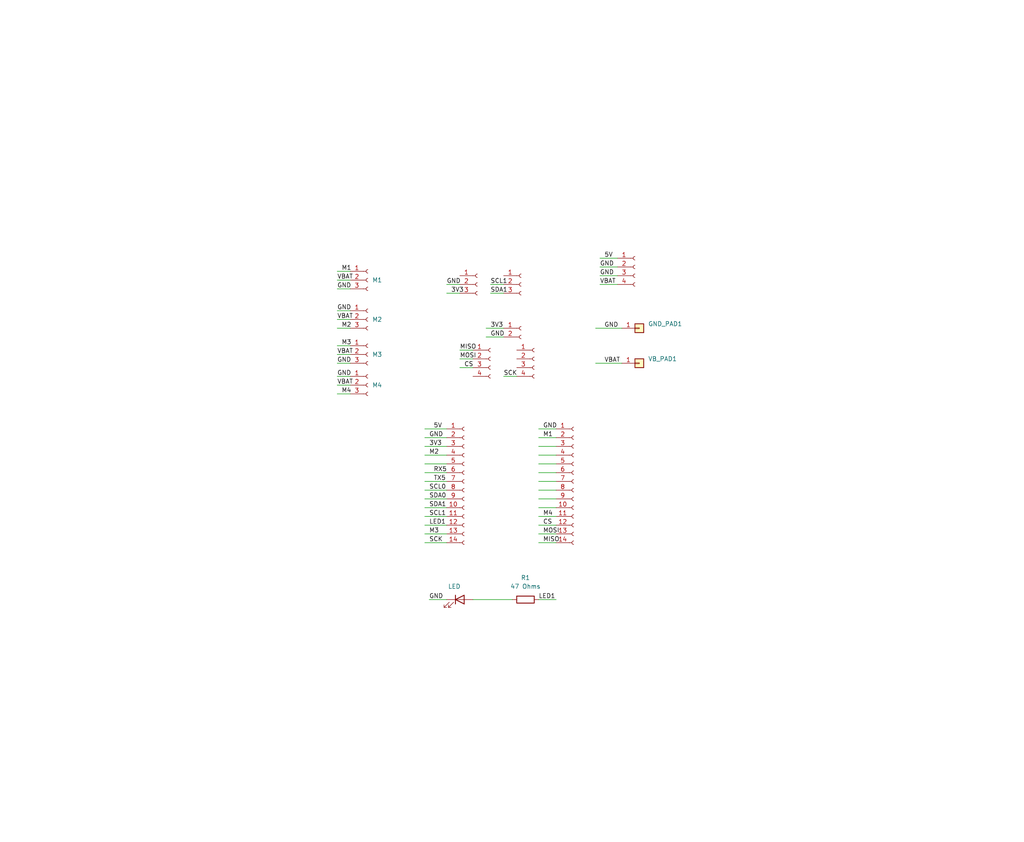
<source format=kicad_sch>
(kicad_sch (version 20250114) (generator "eeschema") (generator_version "9.0")
  (paper "User" 297.002 244.323)
  (lib_symbols
    (symbol "Connector:Conn_01x02_Socket" (pin_names (offset 1.016) (hide yes))
      (property "Reference" "J" (at 0 2.54 0))
      (property "Value" "Conn_01x02_Socket" (at 0 -5.08 0))
      (symbol "Conn_01x02_Socket_1_1"
        (polyline (pts (xy -1.27 0) (xy -0.508 0)) (stroke (width 0.1524)))
        (polyline (pts (xy -1.27 -2.54) (xy -0.508 -2.54)) (stroke (width 0.1524)))
        (arc (start 0 -0.508) (mid -0.5058 0) (end 0 0.508) (stroke (width 0.1524)))
        (arc (start 0 -3.048) (mid -0.5058 -2.54) (end 0 -2.032) (stroke (width 0.1524)))
        (pin passive line (at -5.08 0 0) (length 3.81) (name "Pin_1") (number "1"))
        (pin passive line (at -5.08 -2.54 0) (length 3.81) (name "Pin_2") (number "2"))
      )
    )
    (symbol "Connector:Conn_01x03_Socket" (pin_names (offset 1.016) (hide yes))
      (property "Reference" "J" (at 0 5.08 0))
      (property "Value" "Conn_01x03_Socket" (at 0 -5.08 0))
      (symbol "Conn_01x03_Socket_1_1"
        (polyline (pts (xy -1.27 2.54) (xy -0.508 2.54)) (stroke (width 0.1524)))
        (polyline (pts (xy -1.27 0) (xy -0.508 0)) (stroke (width 0.1524)))
        (polyline (pts (xy -1.27 -2.54) (xy -0.508 -2.54)) (stroke (width 0.1524)))
        (arc (start 0 2.032) (mid -0.5058 2.54) (end 0 3.048) (stroke (width 0.1524)))
        (arc (start 0 -0.508) (mid -0.5058 0) (end 0 0.508) (stroke (width 0.1524)))
        (arc (start 0 -3.048) (mid -0.5058 -2.54) (end 0 -2.032) (stroke (width 0.1524)))
        (pin passive line (at -5.08 2.54 0) (length 3.81) (name "Pin_1") (number "1"))
        (pin passive line (at -5.08 0 0) (length 3.81) (name "Pin_2") (number "2"))
        (pin passive line (at -5.08 -2.54 0) (length 3.81) (name "Pin_3") (number "3"))
      )
    )
    (symbol "Connector:Conn_01x04_Socket" (pin_names (offset 1.016) (hide yes))
      (property "Reference" "J" (at 0 5.08 0))
      (property "Value" "Conn_01x04_Socket" (at 0 -7.62 0))
      (symbol "Conn_01x04_Socket_1_1"
        (polyline (pts (xy -1.27 2.54) (xy -0.508 2.54)) (stroke (width 0.1524)))
        (polyline (pts (xy -1.27 0) (xy -0.508 0)) (stroke (width 0.1524)))
        (polyline (pts (xy -1.27 -2.54) (xy -0.508 -2.54)) (stroke (width 0.1524)))
        (polyline (pts (xy -1.27 -5.08) (xy -0.508 -5.08)) (stroke (width 0.1524)))
        (arc (start 0 2.032) (mid -0.5058 2.54) (end 0 3.048) (stroke (width 0.1524)))
        (arc (start 0 -0.508) (mid -0.5058 0) (end 0 0.508) (stroke (width 0.1524)))
        (arc (start 0 -3.048) (mid -0.5058 -2.54) (end 0 -2.032) (stroke (width 0.1524)))
        (arc (start 0 -5.588) (mid -0.5058 -5.08) (end 0 -4.572) (stroke (width 0.1524)))
        (pin passive line (at -5.08 2.54 0) (length 3.81) (name "Pin_1") (number "1"))
        (pin passive line (at -5.08 0 0) (length 3.81) (name "Pin_2") (number "2"))
        (pin passive line (at -5.08 -2.54 0) (length 3.81) (name "Pin_3") (number "3"))
        (pin passive line (at -5.08 -5.08 0) (length 3.81) (name "Pin_4") (number "4"))
      )
    )
    (symbol "Connector:Conn_01x14_Socket" (pin_names (offset 1.016) (hide yes))
      (property "Reference" "J" (at 0 17.78 0))
      (property "Value" "Conn_01x14_Socket" (at 0 -20.32 0))
      (symbol "Conn_01x14_Socket_1_1"
        (polyline (pts (xy -1.27 15.24) (xy -0.508 15.24)) (stroke (width 0.1524)))
        (polyline (pts (xy -1.27 12.7) (xy -0.508 12.7)) (stroke (width 0.1524)))
        (polyline (pts (xy -1.27 10.16) (xy -0.508 10.16)) (stroke (width 0.1524)))
        (polyline (pts (xy -1.27 7.62) (xy -0.508 7.62)) (stroke (width 0.1524)))
        (polyline (pts (xy -1.27 5.08) (xy -0.508 5.08)) (stroke (width 0.1524)))
        (polyline (pts (xy -1.27 2.54) (xy -0.508 2.54)) (stroke (width 0.1524)))
        (polyline (pts (xy -1.27 0) (xy -0.508 0)) (stroke (width 0.1524)))
        (polyline (pts (xy -1.27 -2.54) (xy -0.508 -2.54)) (stroke (width 0.1524)))
        (polyline (pts (xy -1.27 -5.08) (xy -0.508 -5.08)) (stroke (width 0.1524)))
        (polyline (pts (xy -1.27 -7.62) (xy -0.508 -7.62)) (stroke (width 0.1524)))
        (polyline (pts (xy -1.27 -10.16) (xy -0.508 -10.16)) (stroke (width 0.1524)))
        (polyline (pts (xy -1.27 -12.7) (xy -0.508 -12.7)) (stroke (width 0.1524)))
        (polyline (pts (xy -1.27 -15.24) (xy -0.508 -15.24)) (stroke (width 0.1524)))
        (polyline (pts (xy -1.27 -17.78) (xy -0.508 -17.78)) (stroke (width 0.1524)))
        (arc (start 0 14.732) (mid -0.5058 15.24) (end 0 15.748) (stroke (width 0.1524)))
        (arc (start 0 12.192) (mid -0.5058 12.7) (end 0 13.208) (stroke (width 0.1524)))
        (arc (start 0 9.652) (mid -0.5058 10.16) (end 0 10.668) (stroke (width 0.1524)))
        (arc (start 0 7.112) (mid -0.5058 7.62) (end 0 8.128) (stroke (width 0.1524)))
        (arc (start 0 4.572) (mid -0.5058 5.08) (end 0 5.588) (stroke (width 0.1524)))
        (arc (start 0 2.032) (mid -0.5058 2.54) (end 0 3.048) (stroke (width 0.1524)))
        (arc (start 0 -0.508) (mid -0.5058 0) (end 0 0.508) (stroke (width 0.1524)))
        (arc (start 0 -3.048) (mid -0.5058 -2.54) (end 0 -2.032) (stroke (width 0.1524)))
        (arc (start 0 -5.588) (mid -0.5058 -5.08) (end 0 -4.572) (stroke (width 0.1524)))
        (arc (start 0 -8.128) (mid -0.5058 -7.62) (end 0 -7.112) (stroke (width 0.1524)))
        (arc (start 0 -10.668) (mid -0.5058 -10.16) (end 0 -9.652) (stroke (width 0.1524)))
        (arc (start 0 -13.208) (mid -0.5058 -12.7) (end 0 -12.192) (stroke (width 0.1524)))
        (arc (start 0 -15.748) (mid -0.5058 -15.24) (end 0 -14.732) (stroke (width 0.1524)))
        (arc (start 0 -18.288) (mid -0.5058 -17.78) (end 0 -17.272) (stroke (width 0.1524)))
        (pin passive line (at -5.08 15.24 0) (length 3.81) (name "Pin_1") (number "1"))
        (pin passive line (at -5.08 12.7 0) (length 3.81) (name "Pin_2") (number "2"))
        (pin passive line (at -5.08 10.16 0) (length 3.81) (name "Pin_3") (number "3"))
        (pin passive line (at -5.08 7.62 0) (length 3.81) (name "Pin_4") (number "4"))
        (pin passive line (at -5.08 5.08 0) (length 3.81) (name "Pin_5") (number "5"))
        (pin passive line (at -5.08 2.54 0) (length 3.81) (name "Pin_6") (number "6"))
        (pin passive line (at -5.08 0 0) (length 3.81) (name "Pin_7") (number "7"))
        (pin passive line (at -5.08 -2.54 0) (length 3.81) (name "Pin_8") (number "8"))
        (pin passive line (at -5.08 -5.08 0) (length 3.81) (name "Pin_9") (number "9"))
        (pin passive line (at -5.08 -7.62 0) (length 3.81) (name "Pin_10") (number "10"))
        (pin passive line (at -5.08 -10.16 0) (length 3.81) (name "Pin_11") (number "11"))
        (pin passive line (at -5.08 -12.7 0) (length 3.81) (name "Pin_12") (number "12"))
        (pin passive line (at -5.08 -15.24 0) (length 3.81) (name "Pin_13") (number "13"))
        (pin passive line (at -5.08 -17.78 0) (length 3.81) (name "Pin_14") (number "14"))
      )
    )
    (symbol "Connector_Generic:Conn_01x01" (pin_names (offset 1.016) (hide yes))
      (property "Reference" "J" (at 0 2.54 0))
      (property "Value" "Conn_01x01" (at 0 -2.54 0))
      (symbol "Conn_01x01_1_1"
        (rectangle (start -1.27 1.27) (end 1.27 -1.27) (stroke (width 0.254)) (fill (type background)))
        (rectangle (start -1.27 0.127) (end 0 -0.127) (stroke (width 0.1524)))
        (pin passive line (at -5.08 0 0) (length 3.81) (name "Pin_1") (number "1"))
      )
    )
    (symbol "Device:LED" (pin_numbers (hide yes)) (pin_names (offset 1.016) (hide yes))
      (property "Reference" "D" (at 0 2.54 0))
      (property "Value" "LED" (at 0 -2.54 0))
      (symbol "LED_0_1"
        (polyline (pts (xy -3.048 -0.762) (xy -4.572 -2.286) (xy -3.81 -2.286) (xy -4.572 -2.286) (xy -4.572 -1.524)))
        (polyline (pts (xy -1.778 -0.762) (xy -3.302 -2.286) (xy -2.54 -2.286) (xy -3.302 -2.286) (xy -3.302 -1.524)))
        (polyline (pts (xy -1.27 0) (xy 1.27 0)))
        (polyline (pts (xy -1.27 -1.27) (xy -1.27 1.27)) (stroke (width 0.254)))
        (polyline (pts (xy 1.27 -1.27) (xy 1.27 1.27) (xy -1.27 0) (xy 1.27 -1.27)) (stroke (width 0.254)))
      )
      (symbol "LED_1_1"
        (pin passive line (at -3.81 0 0) (length 2.54) (name "K") (number "1"))
        (pin passive line (at 3.81 0 180) (length 2.54) (name "A") (number "2"))
      )
    )
    (symbol "Device:R" (pin_numbers (hide yes)) (pin_names (offset 0))
      (property "Reference" "R" (at 2.032 0 90))
      (property "Value" "R" (at 0 0 90))
      (symbol "R_0_1"
        (rectangle (start -1.016 -2.54) (end 1.016 2.54) (stroke (width 0.254)))
      )
      (symbol "R_1_1"
        (pin passive line (at 0 3.81 270) (length 1.27) (name "~") (number "1"))
        (pin passive line (at 0 -3.81 90) (length 1.27) (name "~") (number "2"))
      )
    )
  )
  (wire (pts (xy 97.79 114.3) (xy 101.6 114.3)))
  (wire (pts (xy 123.19 157.48) (xy 129.54 157.48)))
  (wire (pts (xy 142.24 82.55) (xy 146.05 82.55)))
  (wire (pts (xy 156.21 149.86) (xy 161.29 149.86)))
  (wire (pts (xy 133.35 101.6) (xy 137.16 101.6)))
  (wire (pts (xy 123.19 154.94) (xy 129.54 154.94)))
  (wire (pts (xy 123.19 149.86) (xy 129.54 149.86)))
  (wire (pts (xy 97.79 92.71) (xy 101.6 92.71)))
  (wire (pts (xy 137.16 173.99) (xy 148.59 173.99)))
  (wire (pts (xy 123.19 129.54) (xy 129.54 129.54)))
  (wire (pts (xy 97.79 78.74) (xy 101.6 78.74)))
  (wire (pts (xy 156.21 132.08) (xy 161.29 132.08)))
  (wire (pts (xy 156.21 144.78) (xy 161.29 144.78)))
  (wire (pts (xy 97.79 81.28) (xy 101.6 81.28)))
  (wire (pts (xy 123.19 124.46) (xy 129.54 124.46)))
  (wire (pts (xy 156.21 127) (xy 161.29 127)))
  (wire (pts (xy 173.99 80.01) (xy 179.07 80.01)))
  (wire (pts (xy 156.21 139.7) (xy 161.29 139.7)))
  (wire (pts (xy 97.79 105.41) (xy 101.6 105.41)))
  (wire (pts (xy 97.79 109.22) (xy 101.6 109.22)))
  (wire (pts (xy 123.19 142.24) (xy 129.54 142.24)))
  (wire (pts (xy 140.97 97.79) (xy 146.05 97.79)))
  (wire (pts (xy 133.35 106.68) (xy 137.16 106.68)))
  (wire (pts (xy 97.79 100.33) (xy 101.6 100.33)))
  (wire (pts (xy 156.21 152.4) (xy 161.29 152.4)))
  (wire (pts (xy 172.72 105.41) (xy 180.34 105.41)))
  (wire (pts (xy 123.19 134.62) (xy 129.54 134.62)))
  (wire (pts (xy 123.19 147.32) (xy 129.54 147.32)))
  (wire (pts (xy 97.79 83.82) (xy 101.6 83.82)))
  (wire (pts (xy 156.21 134.62) (xy 161.29 134.62)))
  (wire (pts (xy 97.79 111.76) (xy 101.6 111.76)))
  (wire (pts (xy 97.79 95.25) (xy 101.6 95.25)))
  (wire (pts (xy 156.21 173.99) (xy 161.29 173.99)))
  (wire (pts (xy 156.21 154.94) (xy 161.29 154.94)))
  (wire (pts (xy 173.99 82.55) (xy 179.07 82.55)))
  (wire (pts (xy 123.19 137.16) (xy 129.54 137.16)))
  (wire (pts (xy 97.79 102.87) (xy 101.6 102.87)))
  (wire (pts (xy 142.24 85.09) (xy 146.05 85.09)))
  (wire (pts (xy 129.54 82.55) (xy 133.35 82.55)))
  (wire (pts (xy 172.72 95.25) (xy 180.34 95.25)))
  (wire (pts (xy 146.05 109.22) (xy 149.86 109.22)))
  (wire (pts (xy 173.99 77.47) (xy 179.07 77.47)))
  (wire (pts (xy 156.21 129.54) (xy 161.29 129.54)))
  (wire (pts (xy 123.19 132.08) (xy 129.54 132.08)))
  (wire (pts (xy 123.19 152.4) (xy 129.54 152.4)))
  (wire (pts (xy 156.21 142.24) (xy 161.29 142.24)))
  (wire (pts (xy 156.21 147.32) (xy 161.29 147.32)))
  (wire (pts (xy 129.54 85.09) (xy 133.35 85.09)))
  (wire (pts (xy 123.19 139.7) (xy 129.54 139.7)))
  (wire (pts (xy 123.19 144.78) (xy 129.54 144.78)))
  (wire (pts (xy 140.97 95.25) (xy 146.05 95.25)))
  (wire (pts (xy 156.21 137.16) (xy 161.29 137.16)))
  (wire (pts (xy 156.21 157.48) (xy 161.29 157.48)))
  (wire (pts (xy 124.46 173.99) (xy 129.54 173.99)))
  (wire (pts (xy 123.19 127) (xy 129.54 127)))
  (wire (pts (xy 133.35 104.14) (xy 137.16 104.14)))
  (wire (pts (xy 173.99 74.93) (xy 179.07 74.93)))
  (wire (pts (xy 156.21 124.46) (xy 161.29 124.46)))
  (wire (pts (xy 97.79 90.17) (xy 101.6 90.17)))
  (label "M2" (at 124.46 132.08 0))
  (label "SCL0" (at 124.46 142.24 0))
  (label "SDA1" (at 142.24 85.09 0))
  (label "GND" (at 97.79 105.41 0))
  (label "VBAT" (at 173.99 82.55 0))
  (label "GND" (at 124.46 173.99 0))
  (label "MISO" (at 157.48 157.48 0))
  (label "M4" (at 99.06 114.3 0))
  (label "3V3" (at 130.81 85.09 0))
  (label "VBAT" (at 97.79 81.28 0))
  (label "SCK" (at 146.05 109.22 0))
  (label "VBAT" (at 97.79 92.71 0))
  (label "GND" (at 173.99 77.47 0))
  (label "SDA0" (at 124.46 144.78 0))
  (label "M4" (at 157.48 149.86 0))
  (label "LED1" (at 156.21 173.99 0))
  (label "5V" (at 125.73 124.46 0))
  (label "LED1" (at 124.46 152.4 0))
  (label "5V" (at 175.26 74.93 0))
  (label "GND" (at 129.54 82.55 0))
  (label "VBAT" (at 175.26 105.41 0))
  (label "VBAT" (at 97.79 102.87 0))
  (label "SCL1" (at 142.24 82.55 0))
  (label "GND" (at 175.26 95.25 0))
  (label "GND" (at 97.79 90.17 0))
  (label "VBAT" (at 97.79 111.76 0))
  (label "CS" (at 134.62 106.68 0))
  (label "GND" (at 97.79 109.22 0))
  (label "CS" (at 157.48 152.4 0))
  (label "GND" (at 124.46 127 0))
  (label "SCL1" (at 124.46 149.86 0))
  (label "GND" (at 97.79 83.82 0))
  (label "GND" (at 142.24 97.79 0))
  (label "GND" (at 157.48 124.46 0))
  (label "SDA1" (at 124.46 147.32 0))
  (label "MOSI" (at 157.48 154.94 0))
  (label "M1" (at 157.48 127 0))
  (label "M1" (at 99.06 78.74 0))
  (label "M3" (at 99.06 100.33 0))
  (label "3V3" (at 142.24 95.25 0))
  (label "GND" (at 173.99 80.01 0))
  (label "M3" (at 124.46 154.94 0))
  (label "MISO" (at 133.35 101.6 0))
  (label "M2" (at 99.06 95.25 0))
  (label "RX5" (at 125.73 137.16 0))
  (label "TX5" (at 125.73 139.7 0))
  (label "MOSI" (at 133.35 104.14 0))
  (label "3V3" (at 124.46 129.54 0))
  (label "SCK" (at 124.46 157.48 0))
  (symbol (lib_id "Connector:Conn_01x03_Socket") (at 106.68 102.87 0) (unit 1)
    (property "Reference" "M3" (at 107.95 102.8699 0) (effects (justify left)))
    (property "Value" "Conn_01x03_Socket" (effects (hide yes)))
    (property "Footprint" "Connector_PinSocket_2.54mm:PinSocket_1x03_P2.54mm_Vertical" (effects (hide yes)))
    (property "Description" "Generic connector, single row, 01x03, script generated" (effects (hide yes)))
  )
  (symbol (lib_id "Connector:Conn_01x14_Socket") (at 166.37 139.7 0) (unit 1)
    (property "Reference" "J5" (effects (hide yes)))
    (property "Value" "Conn_01x14_Socket" (effects (hide yes)))
    (property "Footprint" "Connector_PinSocket_2.54mm:PinSocket_1x14_P2.54mm_Vertical" (effects (hide yes)))
    (property "Description" "Generic connector, single row, 01x14, script generated" (effects (hide yes)))
  )
  (symbol (lib_id "Connector_Generic:Conn_01x01") (at 185.42 105.41 0) (unit 1)
    (property "Reference" "VB_PAD1" (at 187.96 104.1399 0) (effects (justify left)))
    (property "Value" "Conn_01x01" (effects (hide yes)))
    (property "Footprint" "Connector_Wire:SolderWirePad_1x01_SMD_5x10mm" (effects (hide yes)))
    (property "Description" "Generic connector, single row, 01x01, script generated (kicad-library-utils/schlib/autogen/connector/)" (effects (hide yes)))
  )
  (symbol (lib_id "Connector:Conn_01x04_Socket") (at 154.94 104.14 0) (unit 1)
    (property "Reference" "J1" (effects (hide yes)))
    (property "Value" "Conn_01x04_Socket" (effects (hide yes)))
    (property "Footprint" "Connector_PinSocket_2.54mm:PinSocket_1x04_P2.54mm_Vertical" (effects (hide yes)))
    (property "Description" "Generic connector, single row, 01x04, script generated" (effects (hide yes)))
  )
  (symbol (lib_id "Connector:Conn_01x14_Socket") (at 134.62 139.7 0) (unit 1)
    (property "Reference" "J4" (effects (hide yes)))
    (property "Value" "Conn_01x14_Socket" (effects (hide yes)))
    (property "Footprint" "Connector_PinSocket_2.54mm:PinSocket_1x14_P2.54mm_Vertical" (effects (hide yes)))
    (property "Description" "Generic connector, single row, 01x14, script generated" (effects (hide yes)))
  )
  (symbol (lib_id "Connector:Conn_01x04_Socket") (at 142.24 104.14 0) (unit 1)
    (property "Reference" "J6" (effects (hide yes)))
    (property "Value" "Conn_01x04_Socket" (effects (hide yes)))
    (property "Footprint" "Connector_PinSocket_2.54mm:PinSocket_1x04_P2.54mm_Vertical" (effects (hide yes)))
    (property "Description" "Generic connector, single row, 01x04, script generated" (effects (hide yes)))
  )
  (symbol (lib_id "Connector:Conn_01x03_Socket") (at 106.68 111.76 0) (unit 1)
    (property "Reference" "M4" (at 107.95 111.7599 0) (effects (justify left)))
    (property "Value" "Conn_01x03_Socket" (effects (hide yes)))
    (property "Footprint" "Connector_PinSocket_2.54mm:PinSocket_1x03_P2.54mm_Vertical" (effects (hide yes)))
    (property "Description" "Generic connector, single row, 01x03, script generated" (effects (hide yes)))
  )
  (symbol (lib_id "Device:LED") (at 133.35 173.99 0) (unit 1)
    (property "Reference" "D1" (effects (hide yes)))
    (property "Value" "LED" (at 131.7625 170.18 0))
    (property "Footprint" "LED_THT:LED_D3.0mm" (effects (hide yes)))
    (property "Description" "Light emitting diode" (effects (hide yes)))
    (property "Sim.Pins" "1=K 2=A" (effects (hide yes)))
  )
  (symbol (lib_id "Connector:Conn_01x03_Socket") (at 151.13 82.55 0) (unit 1)
    (property "Reference" "J7" (effects (hide yes)))
    (property "Value" "Conn_01x03_Socket" (effects (hide yes)))
    (property "Footprint" "Connector_PinSocket_2.54mm:PinSocket_1x03_P2.54mm_Vertical" (effects (hide yes)))
    (property "Description" "Generic connector, single row, 01x03, script generated" (effects (hide yes)))
  )
  (symbol (lib_id "Connector:Conn_01x03_Socket") (at 106.68 92.71 0) (unit 1)
    (property "Reference" "M2" (at 107.95 92.7099 0) (effects (justify left)))
    (property "Value" "Conn_01x03_Socket" (effects (hide yes)))
    (property "Footprint" "Connector_PinSocket_2.54mm:PinSocket_1x03_P2.54mm_Vertical" (effects (hide yes)))
    (property "Description" "Generic connector, single row, 01x03, script generated" (effects (hide yes)))
  )
  (symbol (lib_id "Connector:Conn_01x02_Socket") (at 151.13 95.25 0) (unit 1)
    (property "Reference" "J3" (effects (hide yes)))
    (property "Value" "Conn_01x02_Socket" (effects (hide yes)))
    (property "Footprint" "Connector_PinSocket_2.54mm:PinSocket_1x02_P2.54mm_Vertical" (effects (hide yes)))
    (property "Description" "Generic connector, single row, 01x02, script generated" (effects (hide yes)))
  )
  (symbol (lib_id "Connector:Conn_01x03_Socket") (at 106.68 81.28 0) (unit 1)
    (property "Reference" "M1" (at 107.95 81.2799 0) (effects (justify left)))
    (property "Value" "Conn_01x03_Socket" (effects (hide yes)))
    (property "Footprint" "Connector_PinSocket_2.54mm:PinSocket_1x03_P2.54mm_Vertical" (effects (hide yes)))
    (property "Description" "Generic connector, single row, 01x03, script generated" (effects (hide yes)))
  )
  (symbol (lib_id "Connector_Generic:Conn_01x01") (at 185.42 95.25 0) (unit 1)
    (property "Reference" "GND_PAD1" (at 187.96 93.9799 0) (effects (justify left)))
    (property "Value" "Conn_01x01" (effects (hide yes)))
    (property "Footprint" "Connector_Wire:SolderWirePad_1x01_SMD_5x10mm" (effects (hide yes)))
    (property "Description" "Generic connector, single row, 01x01, script generated (kicad-library-utils/schlib/autogen/connector/)" (effects (hide yes)))
  )
  (symbol (lib_id "Connector:Conn_01x04_Socket") (at 184.15 77.47 0) (unit 1)
    (property "Reference" "J8" (effects (hide yes)))
    (property "Value" "Conn_01x04_Socket" (effects (hide yes)))
    (property "Footprint" "Connector_PinSocket_2.54mm:PinSocket_1x04_P2.54mm_Vertical" (effects (hide yes)))
    (property "Description" "Generic connector, single row, 01x04, script generated" (effects (hide yes)))
  )
  (symbol (lib_id "Connector:Conn_01x03_Socket") (at 138.43 82.55 0) (unit 1)
    (property "Reference" "J2" (effects (hide yes)))
    (property "Value" "Conn_01x03_Socket" (effects (hide yes)))
    (property "Footprint" "Connector_PinSocket_2.54mm:PinSocket_1x03_P2.54mm_Vertical" (effects (hide yes)))
    (property "Description" "Generic connector, single row, 01x03, script generated" (effects (hide yes)))
  )
  (symbol (lib_id "Device:R") (at 152.4 173.99 90) (unit 1)
    (property "Reference" "R1" (at 152.4 167.64 90))
    (property "Value" "47 Ohms" (at 152.4 170.18 90))
    (property "Footprint" "Resistor_THT:R_Axial_DIN0204_L3.6mm_D1.6mm_P5.08mm_Horizontal" (effects (hide yes)))
    (property "Description" "Resistor" (effects (hide yes)))
  )
)
</source>
